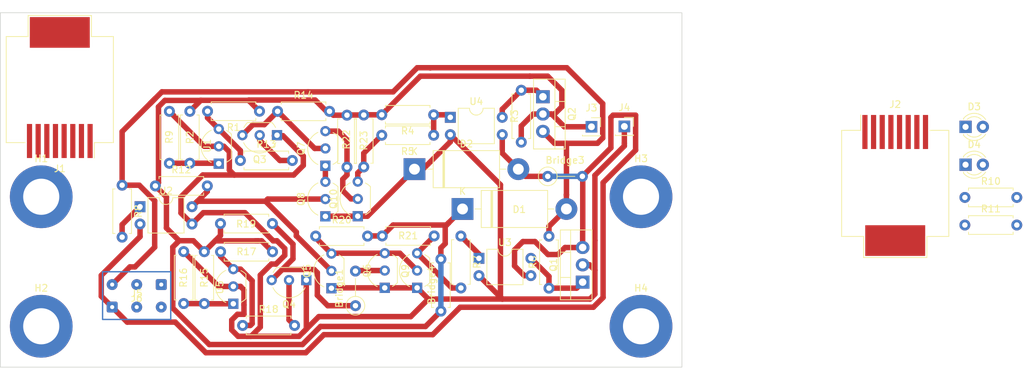
<source format=kicad_pcb>
(kicad_pcb (version 20221018) (generator pcbnew)
  (layers (0 "F.Cu" signal) (31 "B.Cu" signal) (34 "B.Paste" user) (35 "F.Paste" user) (36 "B.SilkS" user "B.Silkscreen") (37 "F.SilkS" user "F.Silkscreen") (38 "B.Mask" user) (39 "F.Mask" user) (44 "Edge.Cuts" user))
  (net 0 "")
  (net 1 "BAT+")
  (net 2 "BAT-")
  (net 3 "IN_OUT+")
  (net 4 "IN_OUT-")
  (net 5 "Net-(Q1-G)")
  (net 6 "Net-(Q2-G)")
  (net 7 "Net-(Q3-B)")
  (net 8 "Net-(Q3-C)")
  (net 9 "Net-(Q4-B)")
  (net 10 "Net-(R4-Pad1)")
  (net 11 "PMOS_CONTROL")
  (net 12 "Net-(R7-Pad1)")
  (net 13 "not NMOS_CONTROL")
  (net 14 "Net-(R8-Pad2)")
  (net 15 "Net-(Q4-C)")
  (net 16 "Net-(Q5-C)")
  (net 17 "Net-(Q6-B)")
  (net 18 "Net-(Q7-E)")
  (net 19 "Net-(Q10-B)")
  (net 20 "Net-(U1-K)")
  (net 21 "Net-(U1-REF)")
  (net 22 "Net-(U5-REF)")
  (net 23 "Net-(U5-K)")
  (net 24 "Net-(Q5-B)")
  (net 37 "Net-(D3-K)")
  (net 39 "Net-(D4-K)")
  (footprint "Resistor_THT:R_Axial_DIN0207_L6.3mm_D2.5mm_P7.62mm_Horizontal" (layer "F.Cu") (at 77.8028 62.4598 -90)
    (fp_text reference "R2")
    (fp_text value "R")
  )
  (footprint "Package_TO_SOT_THT:TO-92_Inline_Wide" (layer "F.Cu") (at 82.0478 70.1398 90)
    (fp_text reference "U1")
    (fp_text value "TL431LP")
  )
  (footprint "Resistor_THT:R_Axial_DIN0207_L6.3mm_D2.5mm_P7.62mm_Horizontal" (layer "F.Cu") (at 90.6778 62.4648)
    (fp_text reference "R14")
    (fp_text value "2k")
  )
  (footprint "Connector_PinSocket_2.54mm:PinSocket_1x01_P2.54mm_Vertical" (layer "F.Cu") (at 141.55625 64.6793)
    (fp_text reference "J4")
    (fp_text value "Conn_01x01_Socket")
  )
  (footprint "Diode_THT:D_DO-201AD_P15.24mm_Horizontal" (layer "F.Cu") (at 110.75845 70.9513)
    (fp_text reference "D2")
    (fp_text value "1N5408")
  )
  (footprint "Resistor_THT:R_Axial_DIN0207_L6.3mm_D2.5mm_P7.62mm_Horizontal" (layer "F.Cu") (at 76.9012 90.668 90)
    (fp_text reference "R16")
    (fp_text value "1.2k")
  )
  (footprint "Connector_RJ:RJ45_Molex_0855135013_Vertical" (layer "F.Cu") (at 181.296 73.3364)
    (fp_text reference "J2")
    (fp_text value "RJ45")
  )
  (footprint "MountingHole:MountingHole_5.3mm_M5_DIN965_Pad" (layer "F.Cu") (at 144 75)
    (fp_text reference "H3")
    (fp_text value "MountingHole")
  )
  (footprint "Resistor_THT:R_Axial_DIN0207_L6.3mm_D2.5mm_P7.62mm_Horizontal" (layer "F.Cu") (at 96.266 80.772)
    (fp_text reference "R20")
    (fp_text value "680")
  )
  (footprint "Resistor_THT:R_Axial_DIN0207_L6.3mm_D2.5mm_P7.62mm_Horizontal" (layer "F.Cu") (at 126.43025 66.9901 90)
    (fp_text reference "R3")
    (fp_text value "1k")
  )
  (footprint "MountingHole:MountingHole_5.3mm_M5_DIN965_Pad" (layer "F.Cu") (at 144 94)
    (fp_text reference "H4")
    (fp_text value "MountingHole")
  )
  (footprint "Resistor_THT:R_Axial_DIN0207_L6.3mm_D2.5mm_P7.62mm_Horizontal" (layer "F.Cu") (at 85.2178 69.6748)
    (fp_text reference "R13")
    (fp_text value "200k")
  )
  (footprint "Resistor_THT:R_Axial_DIN0207_L6.3mm_D2.5mm_P7.62mm_Horizontal" (layer "F.Cu") (at 117.5708 80.7628 -90)
    (fp_text reference "R7")
    (fp_text value "1k")
  )
  (footprint "Package_TO_SOT_THT:TO-220-3_Vertical" (layer "F.Cu") (at 129.60525 60.3251 -90)
    (fp_text reference "Q2")
    (fp_text value "IRF9540N")
  )
  (footprint "Resistor_THT:R_Axial_DIN0207_L6.3mm_D2.5mm_P5.08mm_Vertical" (layer "F.Cu") (at 130.31525 72.0051)
    (fp_text reference "Bridge3")
    (fp_text value "R")
  )
  (footprint "Package_TO_SOT_THT:TO-92_Inline_Wide" (layer "F.Cu") (at 90.5928 65.9648 180)
    (fp_text reference "Q3")
    (fp_text value "S8050")
  )
  (footprint "Resistor_THT:R_Axial_DIN0207_L6.3mm_D2.5mm_P7.62mm_Horizontal" (layer "F.Cu") (at 89.916 78.9332 180)
    (fp_text reference "R19")
    (fp_text value "2k")
  )
  (footprint "Resistor_THT:R_Axial_DIN0207_L6.3mm_D2.5mm_P7.62mm_Horizontal" (layer "F.Cu") (at 85.5472 93.8784)
    (fp_text reference "R18")
    (fp_text value "200k")
  )
  (footprint "Resistor_THT:R_Axial_DIN0207_L6.3mm_D2.5mm_P7.62mm_Horizontal" (layer "F.Cu") (at 100.8602 70.6498 90)
    (fp_text reference "R22")
    (fp_text value "680")
  )
  (footprint "Resistor_THT:R_Axial_DIN0207_L6.3mm_D2.5mm_P7.62mm_Horizontal" (layer "F.Cu") (at 89.9337 83.066 180)
    (fp_text reference "R17")
    (fp_text value "2k")
  )
  (footprint "Package_DIP:DIP-4_W7.62mm" (layer "F.Cu") (at 70.4988 76.4588)
    (fp_text reference "U2")
    (fp_text value "PC817")
  )
  (footprint "Package_TO_SOT_THT:TO-92_Inline_Wide" (layer "F.Cu") (at 97.6916 70.4514 90)
    (fp_text reference "Q7")
    (fp_text value "S8050")
  )
  (footprint "Package_TO_SOT_THT:TO-92_Inline_Wide" (layer "F.Cu") (at 97.6916 77.8764 90)
    (fp_text reference "Q8")
    (fp_text value "S8050")
  )
  (footprint "Package_TO_SOT_THT:TO-220-3_Vertical" (layer "F.Cu") (at 135.4358 87.5278 90)
    (fp_text reference "Q1")
    (fp_text value "IRF540N")
  )
  (footprint "Package_TO_SOT_THT:TO-92_Inline_Wide" (layer "F.Cu") (at 111.1508 88.3628 90)
    (fp_text reference "Q9")
    (fp_text value "S8050")
  )
  (footprint "Resistor_THT:R_Axial_DIN0207_L6.3mm_D2.5mm_P7.62mm_Horizontal" (layer "F.Cu") (at 103.318 70.6246 90)
    (fp_text reference "R23")
    (fp_text value "680")
  )
  (footprint "LED_THT:LED_D3.0mm" (layer "F.Cu") (at 191.616 70.2964)
    (fp_text reference "D4")
    (fp_text value "YELLOW_LED")
  )
  (footprint "MountingHole:MountingHole_5.3mm_M5_DIN965_Pad" (layer "F.Cu") (at 56 94)
    (fp_text reference "H2")
    (fp_text value "MountingHole")
  )
  (footprint "MountingHole:MountingHole_5.3mm_M5_DIN965_Pad" (layer "F.Cu") (at 56 75)
    (fp_text reference "H1")
    (fp_text value "MountingHole")
  )
  (footprint "Package_DIP:DIP-4_W7.62mm" (layer "F.Cu") (at 120.2208 84.0328)
    (fp_text reference "U3")
    (fp_text value "PC817")
  )
  (footprint "Resistor_THT:R_Axial_DIN0207_L6.3mm_D2.5mm_P5.08mm_Vertical" (layer "F.Cu") (at 102.1008 90.9828 90)
    (fp_text reference "Bridge1")
    (fp_text value "R")
  )
  (footprint "Package_TO_SOT_THT:TO-92_Inline_Wide" (layer "F.Cu") (at 102.4416 77.8514 90)
    (fp_text reference "Q10")
    (fp_text value "S8050")
  )
  (footprint "Resistor_THT:R_Axial_DIN0207_L6.3mm_D2.5mm_P7.62mm_Horizontal" (layer "F.Cu") (at 88.0228 62.4498 180)
    (fp_text reference "R1")
    (fp_text value "2k")
  )
  (footprint "Resistor_THT:R_Axial_DIN0207_L6.3mm_D2.5mm_P7.62mm_Horizontal" (layer "F.Cu") (at 67.8688 73.3044 -90)
    (fp_text reference "R8")
    (fp_text value "1k")
  )
  (footprint "Package_TO_SOT_THT:TO-92_Inline_Wide" (layer "F.Cu") (at 98.5758 88.4178 90)
    (fp_text reference "Q5")
    (fp_text value "S8050")
  )
  (footprint "Connector_Wire:SolderWire-0.1sqmm_1x03_P3.6mm_D0.4mm_OD1mm" (layer "F.Cu") (at 66.4092 91.186)
    (fp_text reference "J5")
    (fp_text value "Conn_01x03_Socket")
  )
  (footprint "Resistor_THT:R_Axial_DIN0207_L6.3mm_D2.5mm_P7.62mm_Horizontal" (layer "F.Cu") (at 79.9262 83.058 -90)
    (fp_text reference "R15")
    (fp_text value "5k")
  )
  (footprint "Package_DIP:DIP-4_W7.62mm" (layer "F.Cu") (at 116.02025 63.3451)
    (fp_text reference "U4")
    (fp_text value "PC817")
  )
  (footprint "Diode_THT:D_DO-201AD_P15.24mm_Horizontal" (layer "F.Cu") (at 117.8118 76.7908)
    (fp_text reference "D1")
    (fp_text value "1N5408")
  )
  (footprint "Resistor_THT:R_Axial_DIN0207_L6.3mm_D2.5mm_P7.62mm_Horizontal" (layer "F.Cu") (at 191.516 79.1464)
    (fp_text reference "R11")
    (fp_text value "R")
  )
  (footprint "Resistor_THT:R_Axial_DIN0207_L6.3mm_D2.5mm_P7.62mm_Horizontal" (layer "F.Cu") (at 191.516 75.0964)
    (fp_text reference "R10")
    (fp_text value "R")
  )
  (footprint "Resistor_THT:R_Axial_DIN0207_L6.3mm_D2.5mm_P7.62mm_Horizontal" (layer "F.Cu") (at 113.651 80.7462 180)
    (fp_text reference "R21")
    (fp_text value "680")
  )
  (footprint "Package_TO_SOT_THT:TO-92_Inline_Wide" (layer "F.Cu") (at 94.8944 87.2236 180)
    (fp_text reference "Q4")
    (fp_text value "S8050" hide)
  )
  (footprint "Resistor_THT:R_Axial_DIN0207_L6.3mm_D2.5mm_P7.62mm_Horizontal" (layer "F.Cu") (at 130.4958 88.4078 90)
    (fp_text reference "R6")
    (fp_text value "2k")
  )
  (footprint "Connector_Wire:SolderWire-0.1sqmm_1x03_P3.6mm_D0.4mm_OD1mm" (layer "F.Cu") (at 73.6092 87.884 180)
    (fp_text reference "J6")
    (fp_text value "Conn_01x03_Socket")
  )
  (footprint "Resistor_THT:R_Axial_DIN0207_L6.3mm_D2.5mm_P7.62mm_Horizontal" (layer "F.Cu") (at 113.57945 65.9729 180)
    (fp_text reference "R5")
    (fp_text value "220")
  )
  (footprint "Resistor_THT:R_Axial_DIN0207_L6.3mm_D2.5mm_P7.62mm_Horizontal" (layer "F.Cu") (at 72.7456 73.406)
    (fp_text reference "R12")
    (fp_text value "470")
  )
  (footprint "Package_TO_SOT_THT:TO-92_Inline_Wide" (layer "F.Cu") (at 106.4008 88.3628 90)
    (fp_text reference "Q6")
    (fp_text value "S8050")
  )
  (footprint "Package_TO_SOT_THT:TO-92_Inline_Wide" (layer "F.Cu") (at 84.1812 90.698 90)
    (fp_text reference "U5")
    (fp_text value "TL431LP")
  )
  (footprint "Resistor_THT:R_Axial_DIN0207_L6.3mm_D2.5mm_P7.62mm_Horizontal" (layer "F.Cu") (at 114.6368 84.1568 -90)
    (fp_text reference "Bridge4")
    (fp_text value "R")
  )
  (footprint "Resistor_THT:R_Axial_DIN0207_L6.3mm_D2.5mm_P7.62mm_Horizontal" (layer "F.Cu") (at 74.8028 70.0848 90)
    (fp_text reference "R9")
    (fp_text value "R")
  )
  (footprint "Connector_PinSocket_2.54mm:PinSocket_1x01_P2.54mm_Vertical" (layer "F.Cu") (at 136.73025 64.7301)
    (fp_text reference "J3")
    (fp_text value "Conn_01x01_Socket")
  )
  (footprint "Resistor_THT:R_Axial_DIN0207_L6.3mm_D2.5mm_P7.62mm_Horizontal" (layer "F.Cu") (at 113.57945 62.9729 180)
    (fp_text reference "R4")
    (fp_text value "R")
  )
  (footprint "LED_THT:LED_D3.0mm" (layer "F.Cu") (at 191.616 64.7464)
    (fp_text reference "D3")
    (fp_text value "RED_LED")
  )
  (footprint "Connector_RJ:RJ45_Molex_0855135013_Vertical" (layer "F.Cu") (at 58.7248 58.9788 180)
    (fp_text reference "J1")
    (fp_text value "RJ45")
  )
  (gr_rect (start 65 86) (end 75 93) (stroke (width 0.2)) (fill none) (layer "B.Cu"))
  (gr_rect (start 50 48) (end 150 100) (stroke (width 0.1)) (fill none) (layer "Edge.Cuts"))
  (segment (start 94.326998 96.6784) (end 96.975899 94.029499) (width 0.8) (layer "F.Cu") (net 1))
  (segment (start 105.95945 62.9729) (end 103.3497 62.9729) (width 0.8) (layer "F.Cu") (net 1))
  (segment (start 115.2718 81.8708) (end 114.6368 82.5058) (width 0.8) (layer "F.Cu") (net 1))
  (segment (start 86.4228 60.8498) (end 88.0228 62.4498) (width 0.8) (layer "F.Cu") (net 1))
  (segment (start 76.2352 81.448) (end 78.3162 81.448) (width 0.8) (layer "F.Cu") (net 1))
  (segment (start 98.8628 63.0298) (end 98.2978 62.4648) (width 0.8) (layer "F.Cu") (net 1))
  (segment (start 75.3012 91.330742) (end 75.3012 82.382) (width 0.8) (layer "F.Cu") (net 1))
  (segment (start 82.296 80.6882) (end 82.296 78.9332) (width 0.8) (layer "F.Cu") (net 1))
  (segment (start 115.2718 79.3308) (end 115.2718 81.8708) (width 0.8) (layer "F.Cu") (net 1))
  (segment (start 130.30525 57.3051) (end 127.69385 57.3051) (width 0.8) (layer "F.Cu") (net 1))
  (segment (start 127.69385 57.3051) (end 111.62725 57.3051) (width 0.8) (layer "F.Cu") (net 1))
  (segment (start 107.631 79.1462) (end 115.4564 79.1462) (width 0.8) (layer "F.Cu") (net 1))
  (segment (start 100.8854 63.0046) (end 100.8602 63.0298) (width 0.8) (layer "F.Cu") (net 1))
  (segment (start 106.031 80.7462) (end 103.9118 80.7462) (width 0.8) (layer "F.Cu") (net 1))
  (segment (start 96.975899 94.029499) (end 112.384101 94.029499) (width 0.8) (layer "F.Cu") (net 1))
  (segment (start 126.43025 66.9901) (end 126.43025 64.6301) (width 0.8) (layer "F.Cu") (net 1))
  (segment (start 132.38025 59.3801) (end 132.38025 61.7951) (width 0.8) (layer "F.Cu") (net 1))
  (segment (start 73.2028 61.802058) (end 73.2028 72.9488) (width 0.8) (layer "F.Cu") (net 1))
  (segment (start 81.5182 81.466) (end 87.8232 81.466) (width 0.8) (layer "F.Cu") (net 1))
  (segment (start 117.8118 76.7908) (end 115.7925 78.8101) (width 0.8) (layer "F.Cu") (net 1))
  (segment (start 128.19525 62.8651) (end 129.60525 62.8651) (width 0.8) (layer "F.Cu") (net 1))
  (segment (start 88.3337 81.466) (end 89.9337 83.066) (width 0.8) (layer "F.Cu") (net 1))
  (segment (start 87.8232 81.466) (end 88.3337 81.466) (width 0.8) (layer "F.Cu") (net 1))
  (segment (start 74.3712 75.0316) (end 74.3712 79.584) (width 0.8) (layer "F.Cu") (net 1))
  (segment (start 126.43025 64.6301) (end 128.19525 62.8651) (width 0.8) (layer "F.Cu") (net 1))
  (segment (start 127.69385 57.3051) (end 127.67485 57.2861) (width 0.8) (layer "F.Cu") (net 1))
  (segment (start 78.3162 81.448) (end 79.9262 83.058) (width 0.8) (layer "F.Cu") (net 1))
  (segment (start 74.3712 79.584) (end 76.2352 81.448) (width 0.8) (layer "F.Cu") (net 1))
  (segment (start 72.7456 73.406) (end 74.3712 75.0316) (width 0.8) (layer "F.Cu") (net 1))
  (segment (start 103.3497 62.9729) (end 103.318 63.0046) (width 0.8) (layer "F.Cu") (net 1))
  (segment (start 132.38025 59.3801) (end 130.30525 57.3051) (width 0.8) (layer "F.Cu") (net 1))
  (segment (start 103.911 80.7462) (end 103.886 80.7212) (width 0.8) (layer "F.Cu") (net 1))
  (segment (start 96.1978 60.8098) (end 97.7978 62.4098) (width 0.8) (layer "F.Cu") (net 1))
  (segment (start 114.6368 82.5058) (end 114.6368 84.1568) (width 0.8) (layer "F.Cu") (net 1))
  (segment (start 111.62725 57.3051) (end 105.95945 62.9729) (width 0.8) (layer "F.Cu") (net 1))
  (segment (start 115.7925 78.8101) (end 115.2718 79.3308) (width 0.8) (layer "F.Cu") (net 1))
  (segment (start 96.1978 60.8098) (end 86.4628 60.8098) (width 0.8) (layer "F.Cu") (net 1))
  (segment (start 100.8602 63.0298) (end 98.8628 63.0298) (width 0.8) (layer "F.Cu") (net 1))
  (segment (start 132.38025 61.7951) (end 131.31025 62.8651) (width 0.8) (layer "F.Cu") (net 1))
  (segment (start 132.74925 64.7301) (end 136.73025 64.7301) (width 0.8) (layer "F.Cu") (net 1))
  (segment (start 80.648858 96.6784) (end 94.326998 96.6784) (width 0.8) (layer "F.Cu") (net 1))
  (segment (start 74.141358 60.8635) (end 73.2028 61.802058) (width 0.8) (layer "F.Cu") (net 1))
  (segment (start 79.3991 60.8635) (end 79.4128 60.8498) (width 0.8) (layer "F.Cu") (net 1))
  (segment (start 130.88425 62.8651) (end 132.74925 64.7301) (width 0.8) (layer "F.Cu") (net 1))
  (segment (start 106.031 80.7462) (end 107.631 79.1462) (width 0.8) (layer "F.Cu") (net 1))
  (segment (start 87.4096 81.466) (end 87.8232 81.466) (width 0.8) (layer "F.Cu") (net 1))
  (segment (start 73.2028 72.9488) (end 72.7456 73.406) (width 0.8) (layer "F.Cu") (net 1))
  (segment (start 103.318 63.0046) (end 100.8854 63.0046) (width 0.8) (layer "F.Cu") (net 1))
  (segment (start 79.3991 60.8635) (end 74.141358 60.8635) (width 0.8) (layer "F.Cu") (net 1))
  (segment (start 103.9118 80.7462) (end 103.886 80.772) (width 0.8) (layer "F.Cu") (net 1))
  (segment (start 86.4628 60.8098) (end 86.4228 60.8498) (width 0.8) (layer "F.Cu") (net 1))
  (segment (start 80.648858 96.6784) (end 75.3012 91.330742) (width 0.8) (layer "F.Cu") (net 1))
  (segment (start 79.4128 60.8498) (end 86.4228 60.8498) (width 0.8) (layer "F.Cu") (net 1))
  (segment (start 129.60525 62.8651) (end 130.88425 62.8651) (width 0.8) (layer "F.Cu") (net 1))
  (segment (start 77.8028 62.4598) (end 79.3991 60.8635) (width 0.8) (layer "F.Cu") (net 1))
  (segment (start 75.3012 82.382) (end 75.7936 81.8896) (width 0.8) (layer "F.Cu") (net 1))
  (segment (start 115.4564 79.1462) (end 115.7925 78.8101) (width 0.8) (layer "F.Cu") (net 1))
  (segment (start 112.384101 94.029499) (end 114.6368 91.7768) (width 0.8) (layer "F.Cu") (net 1))
  (segment (start 79.9262 83.058) (end 81.5182 81.466) (width 0.8) (layer "F.Cu") (net 1))
  (segment (start 131.31025 62.8651) (end 129.60525 62.8651) (width 0.8) (layer "F.Cu") (net 1))
  (segment (start 75.7936 81.8896) (end 76.2352 81.448) (width 0.8) (layer "F.Cu") (net 1))
  (segment (start 81.5182 81.466) (end 82.296 80.6882) (width 0.8) (layer "F.Cu") (net 1))
  (segment (start 114.6368 84.1568) (end 114.6368 91.7768) (width 0.8) (layer "B.Cu") (net 1))
  (segment (start 79.702858 71.806) (end 76.5038 75.005058) (width 0.8) (layer "F.Cu") (net 2))
  (segment (start 98.6308 88.3628) (end 98.5758 88.4178) (width 0.8) (layer "F.Cu") (net 2))
  (segment (start 123.6558 90.0078) (end 136.5083 90.0078) (width 0.8) (layer "F.Cu") (net 2))
  (segment (start 137.2358 81.4066) (end 137.2358 71.861606) (width 0.8) (layer "F.Cu") (net 2))
  (segment (start 84.1812 88.158) (end 85.24186 88.158) (width 0.8) (layer "F.Cu") (net 2))
  (segment (start 97.7166 77.8514) (end 97.6916 77.8764) (width 0.8) (layer "F.Cu") (net 2))
  (segment (start 141.55625 67.1576) (end 141.55625 64.6793) (width 0.8) (layer "F.Cu") (net 2))
  (segment (start 93.0404 71.806) (end 84.328 71.806) (width 0.8) (layer "F.Cu") (net 2))
  (segment (start 112.00905 70.9513) (end 110.75845 70.9513) (width 0.8) (layer "F.Cu") (net 2))
  (segment (start 90.2078 66.0498) (end 91.46843 66.0498) (width 0.8) (layer "F.Cu") (net 2))
  (segment (start 93.829942 95.4784) (end 94.8944 94.413942) (width 0.8) (layer "F.Cu") (net 2))
  (segment (start 137.2358 85.7753) (end 137.2358 81.4066) (width 0.8) (layer "F.Cu") (net 2))
  (segment (start 103.85835 77.8514) (end 110.75845 70.9513) (width 0.8) (layer "F.Cu") (net 2))
  (segment (start 91.7348 83.582344) (end 91.7348 82.604358) (width 0.8) (layer "F.Cu") (net 2))
  (segment (start 86.1468 95.4784) (end 86.775626 95.4784) (width 0.8) (layer "F.Cu") (net 2))
  (segment (start 137.2358 71.861606) (end 141.55625 67.541156) (width 0.8) (layer "F.Cu") (net 2))
  (segment (start 85.897956 77.3332) (end 79.7844 77.3332) (width 0.8) (layer "F.Cu") (net 2))
  (segment (start 112.7958 90.0078) (end 111.1508 88.3628) (width 0.8) (layer "F.Cu") (net 2))
  (segment (start 78.1188 78.9988) (end 76.5038 77.3838) (width 0.8) (layer "F.Cu") (net 2))
  (segment (start 90.445144 84.872) (end 91.7348 83.582344) (width 0.8) (layer "F.Cu") (net 2))
  (segment (start 84.328 71.806) (end 79.702858 71.806) (width 0.8) (layer "F.Cu") (net 2))
  (segment (start 112.7958 90.0078) (end 110.2208 92.5828) (width 0.8) (layer "F.Cu") (net 2))
  (segment (start 135.4358 84.9878) (end 136.4483 84.9878) (width 0.8) (layer "F.Cu") (net 2))
  (segment (start 84.1812 88.158) (end 82.0112 88.158) (width 0.8) (layer "F.Cu") (net 2))
  (segment (start 94.4528 69.03417) (end 94.4528 70.3936) (width 0.8) (layer "F.Cu") (net 2))
  (segment (start 136.5083 90.0078) (end 137.2358 89.2803) (width 0.8) (layer "F.Cu") (net 2))
  (segment (start 116.02025 65.8851) (end 123.377 73.24185) (width 0.8) (layer "F.Cu") (net 2))
  (segment (start 84.7852 92.248) (end 83.9472 93.086) (width 0.8) (layer "F.Cu") (net 2))
  (segment (start 83.9472 94.541142) (end 84.884458 95.4784) (width 0.8) (layer "F.Cu") (net 2))
  (segment (start 85.7442 90.870742) (end 85.7442 92.235) (width 0.8) (layer "F.Cu") (net 2))
  (segment (start 85.7312 92.248) (end 84.7852 92.248) (width 0.8) (layer "F.Cu") (net 2))
  (segment (start 136.4483 84.9878) (end 137.2358 85.7753) (width 0.8) (layer "F.Cu") (net 2))
  (segment (start 137.2358 81.4066) (end 137.2108 81.3816) (width 0.8) (layer "F.Cu") (net 2))
  (segment (start 84.884458 95.4784) (end 86.1468 95.4784) (width 0.8) (layer "F.Cu") (net 2))
  (segment (start 82.0478 67.5998) (end 79.9378 67.5998) (width 0.8) (layer "F.Cu") (net 2))
  (segment (start 94.4528 70.3936) (end 93.0404 71.806) (width 0.8) (layer "F.Cu") (net 2))
  (segment (start 86.775626 95.4784) (end 88.1442 94.109826) (width 0.8) (layer "F.Cu") (net 2))
  (segment (start 79.9378 67.5998) (end 74.8028 62.4648) (width 0.8) (layer "F.Cu") (net 2))
  (segment (start 106.4008 88.3628) (end 98.6308 88.3628) (width 0.8) (layer "F.Cu") (net 2))
  (segment (start 91.7348 82.604358) (end 90.596442 81.466) (width 0.8) (layer "F.Cu") (net 2))
  (segment (start 90.030756 81.466) (end 85.897956 77.3332) (width 0.8) (layer "F.Cu") (net 2))
  (segment (start 85.7442 88.66034) (end 85.7442 90.870742) (width 0.8) (layer "F.Cu") (net 2))
  (segment (start 110.2208 92.5828) (end 96.725542 92.5828) (width 0.8) (layer "F.Cu") (net 2))
  (segment (start 88.1442 94.109826) (end 88.1442 86.494168) (width 0.8) (layer "F.Cu") (net 2))
  (segment (start 82.7978 67.5998) (end 83.6028 68.4048) (width 0.8) (layer "F.Cu") (net 2))
  (segment (start 90.596442 81.466) (end 90.030756 81.466) (width 0.8) (layer "F.Cu") (net 2))
  (segment (start 83.6028 71.0808) (end 84.328 71.806) (width 0.8) (layer "F.Cu") (net 2))
  (segment (start 91.46843 66.0498) (end 94.4528 69.03417) (width 0.8) (layer "F.Cu") (net 2))
  (segment (start 83.9472 93.086) (end 83.9472 94.541142) (width 0.8) (layer "F.Cu") (net 2))
  (segment (start 86.1468 95.4784) (end 93.829942 95.4784) (width 0.8) (layer "F.Cu") (net 2))
  (segment (start 88.1442 86.494168) (end 89.766368 84.872) (width 0.8) (layer "F.Cu") (net 2))
  (segment (start 123.377 89.729) (end 123.6558 90.0078) (width 0.8) (layer "F.Cu") (net 2))
  (segment (start 116.02025 66.9401) (end 112.00905 70.9513) (width 0.8) (layer "F.Cu") (net 2))
  (segment (start 85.7442 92.235) (end 85.7312 92.248) (width 0.8) (layer "F.Cu") (net 2))
  (segment (start 82.0478 67.5998) (end 82.7978 67.5998) (width 0.8) (layer "F.Cu") (net 2))
  (segment (start 83.6028 68.4048) (end 83.6028 71.0808) (width 0.8) (layer "F.Cu") (net 2))
  (segment (start 102.4416 77.8514) (end 97.7166 77.8514) (width 0.8) (layer "F.Cu") (net 2))
  (segment (start 79.7844 77.3332) (end 78.1188 78.9988) (width 0.8) (layer "F.Cu") (net 2))
  (segment (start 76.5038 75.005058) (end 76.5038 77.3838) (width 0.8) (layer "F.Cu") (net 2))
  (segment (start 123.6558 90.0078) (end 112.7958 90.0078) (width 0.8) (layer "F.Cu") (net 2))
  (segment (start 137.2358 89.2803) (end 137.2358 85.7753) (width 0.8) (layer "F.Cu") (net 2))
  (segment (start 120.2208 86.5728) (end 123.377 89.729) (width 0.8) (layer "F.Cu") (net 2))
  (segment (start 123.377 73.24185) (end 123.377 89.729) (width 0.8) (layer "F.Cu") (net 2))
  (segment (start 96.725542 92.5828) (end 94.450971 94.857371) (width 0.8) (layer "F.Cu") (net 2))
  (segment (start 94.8944 94.413942) (end 94.8944 87.2236) (width 0.8) (layer "F.Cu") (net 2))
  (segment (start 141.55625 67.541156) (end 141.55625 67.1576) (width 0.8) (layer "F.Cu") (net 2))
  (segment (start 102.4416 77.8514) (end 103.85835 77.8514) (width 0.8) (layer "F.Cu") (net 2))
  (segment (start 116.02025 66.9401) (end 116.02025 65.8851) (width 0.8) (layer "F.Cu") (net 2))
  (segment (start 106.4008 88.3628) (end 111.1508 88.3628) (width 0.8) (layer "F.Cu") (net 2))
  (segment (start 85.24186 88.158) (end 85.7442 88.66034) (width 0.8) (layer "F.Cu") (net 2))
  (segment (start 89.766368 84.872) (end 90.445144 84.872) (width 0.8) (layer "F.Cu") (net 2))
  (segment (start 82.0112 88.158) (end 76.9012 83.048) (width 0.8) (layer "F.Cu") (net 2))
  (segment (start 72.136 75.0824) (end 72.644 75.5904) (width 0.8) (layer "F.Cu") (net 3))
  (segment (start 67.8688 73.3044) (end 70.381258 73.3044) (width 0.8) (layer "F.Cu") (net 3))
  (segment (start 130.4958 79.3468) (end 133.0518 76.7908) (width 0.8) (layer "F.Cu") (net 3))
  (segment (start 72.644 75.5904) (end 72.644 82.3976) (width 0.8) (layer "F.Cu") (net 3))
  (segment (start 130.4958 80.7878) (end 130.4958 79.3468) (width 0.8) (layer "F.Cu") (net 3))
  (segment (start 69.7484 85.2932) (end 69 85.2932) (width 0.8) (layer "F.Cu") (net 3))
  (segment (start 133.11045 56.0669) (end 113.119 56.0669) (width 0.8) (layer "F.Cu") (net 3))
  (segment (start 131.31025 67.1576) (end 133.05965 67.1576) (width 0.8) (layer "F.Cu") (net 3))
  (segment (start 133.05965 74.71235) (end 133.0518 74.7202) (width 0.8) (layer "F.Cu") (net 3))
  (segment (start 138.38025 61.3367) (end 133.11045 56.0669) (width 0.8) (layer "F.Cu") (net 3))
  (segment (start 95.1484 59.6098) (end 73.698002 59.6098) (width 0.8) (layer "F.Cu") (net 3))
  (segment (start 107.625494 59.6098) (end 95.1484 59.6098) (width 0.8) (layer "F.Cu") (net 3))
  (segment (start 72.644 82.3976) (end 69.7484 85.2932) (width 0.8) (layer "F.Cu") (net 3))
  (segment (start 113.119 56.0669) (end 113.0808 56.1051) (width 0.8) (layer "F.Cu") (net 3))
  (segment (start 133.0518 74.7202) (end 133.0518 76.7908) (width 0.8) (layer "F.Cu") (net 3))
  (segment (start 137.60275 67.1576) (end 138.38025 66.3801) (width 0.8) (layer "F.Cu") (net 3))
  (segment (start 129.60525 65.4526) (end 131.31025 67.1576) (width 0.8) (layer "F.Cu") (net 3))
  (segment (start 72.136 75.059142) (end 72.136 75.0824) (width 0.8) (layer "F.Cu") (net 3))
  (segment (start 69 85.2932) (end 66.4092 87.884) (width 0.8) (layer "F.Cu") (net 3))
  (segment (start 138.38025 66.3801) (end 138.38025 61.3367) (width 0.8) (layer "F.Cu") (net 3))
  (segment (start 70.381258 73.3044) (end 72.136 75.059142) (width 0.8) (layer "F.Cu") (net 3))
  (segment (start 67.8688 65.439002) (end 72.705744 60.602058) (width 0.8) (layer "F.Cu") (net 3))
  (segment (start 129.60525 65.4051) (end 129.60525 65.4526) (width 0.8) (layer "F.Cu") (net 3))
  (segment (start 133.05965 67.1576) (end 133.05965 74.71235) (width 0.8) (layer "F.Cu") (net 3))
  (segment (start 73.698002 59.6098) (end 72.0028 61.305002) (width 0.8) (layer "F.Cu") (net 3))
  (segment (start 113.119 56.0669) (end 111.168394 56.0669) (width 0.8) (layer "F.Cu") (net 3))
  (segment (start 111.168394 56.0669) (end 107.625494 59.6098) (width 0.8) (layer "F.Cu") (net 3))
  (segment (start 67.8688 73.3044) (end 67.8688 65.439002) (width 0.8) (layer "F.Cu") (net 3))
  (segment (start 133.05965 67.1576) (end 137.60275 67.1576) (width 0.8) (layer "F.Cu") (net 3))
  (segment (start 135.39525 72.0051) (end 139.58025 67.8201) (width 0.8) (layer "F.Cu") (net 4))
  (segment (start 94.824054 97.8784) (end 80.151802 97.8784) (width 0.8) (layer "F.Cu") (net 4))
  (segment (start 135.4518 82.4318) (end 135.4358 82.4478) (width 0.8) (layer "F.Cu") (net 4))
  (segment (start 132.8458 82.4478) (end 135.4358 82.4478) (width 0.8) (layer "F.Cu") (net 4))
  (segment (start 126.8708 86.5728) (end 125.4458 85.1478) (width 0.8) (layer "F.Cu") (net 4))
  (segment (start 143.20625 63.0293) (end 143.20625 68.156996) (width 0.8) (layer "F.Cu") (net 4))
  (segment (start 127.05225 72.0051) (end 125.99845 70.9513) (width 0.8) (layer "F.Cu") (net 4))
  (segment (start 125.4458 85.1478) (end 125.4458 82.7978) (width 0.8) (layer "F.Cu") (net 4))
  (segment (start 139.58025 67.8201) (end 139.58025 63.3553) (width 0.8) (layer "F.Cu") (net 4))
  (segment (start 135.4518 72.06165) (end 135.39525 72.0051) (width 0.8) (layer "F.Cu") (net 4))
  (segment (start 143.20625 68.156996) (end 138.4358 72.927446) (width 0.8) (layer "F.Cu") (net 4))
  (segment (start 138.4358 72.927446) (end 138.4358 89.777356) (width 0.8) (layer "F.Cu") (net 4))
  (segment (start 80.151802 97.8784) (end 75.662402 93.389) (width 0.8) (layer "F.Cu") (net 4))
  (segment (start 70.4988 80.8488) (end 64.8092 86.5384) (width 0.8) (layer "F.Cu") (net 4))
  (segment (start 127.8408 86.5728) (end 126.8708 86.5728) (width 0.8) (layer "F.Cu") (net 4))
  (segment (start 139.90625 63.0293) (end 143.20625 63.0293) (width 0.8) (layer "F.Cu") (net 4))
  (segment (start 123.64025 68.5931) (end 125.99845 70.9513) (width 0.8) (layer "F.Cu") (net 4))
  (segment (start 130.3458 83.4728) (end 131.8208 83.4728) (width 0.8) (layer "F.Cu") (net 4))
  (segment (start 139.58025 63.3553) (end 139.90625 63.0293) (width 0.8) (layer "F.Cu") (net 4))
  (segment (start 137.005356 91.2078) (end 117.468542 91.2078) (width 0.8) (layer "F.Cu") (net 4))
  (segment (start 113.446843 95.229499) (end 97.472955 95.229499) (width 0.8) (layer "F.Cu") (net 4))
  (segment (start 135.4358 79.8606) (end 135.4518 79.8446) (width 0.8) (layer "F.Cu") (net 4))
  (segment (start 64.8092 89.586) (end 66.4092 91.186) (width 0.8) (layer "F.Cu") (net 4))
  (segment (start 125.4458 82.7978) (end 126.6708 81.5728) (width 0.8) (layer "F.Cu") (net 4))
  (segment (start 128.4458 81.5728) (end 130.3458 83.4728) (width 0.8) (layer "F.Cu") (net 4))
  (segment (start 123.64025 65.8851) (end 123.64025 68.5931) (width 0.8) (layer "F.Cu") (net 4))
  (segment (start 138.4358 89.777356) (end 137.005356 91.2078) (width 0.8) (layer "F.Cu") (net 4))
  (segment (start 135.4518 79.8446) (end 135.4518 72.06165) (width 0.8) (layer "F.Cu") (net 4))
  (segment (start 70.4988 78.9988) (end 70.4988 80.8488) (width 0.8) (layer "F.Cu") (net 4))
  (segment (start 135.4358 82.4478) (end 135.4358 79.8606) (width 0.8) (layer "F.Cu") (net 4))
  (segment (start 117.468542 91.2078) (end 113.446843 95.229499) (width 0.8) (layer "F.Cu") (net 4))
  (segment (start 66.4092 91.186) (end 68.6122 93.389) (width 0.8) (layer "F.Cu") (net 4))
  (segment (start 126.6708 81.5728) (end 128.4458 81.5728) (width 0.8) (layer "F.Cu") (net 4))
  (segment (start 131.8208 83.4728) (end 132.8458 82.4478) (width 0.8) (layer "F.Cu") (net 4))
  (segment (start 64.8092 86.5384) (end 64.8092 89.586) (width 0.8) (layer "F.Cu") (net 4))
  (segment (start 130.31525 72.0051) (end 127.05225 72.0051) (width 0.8) (layer "F.Cu") (net 4))
  (segment (start 97.472955 95.229499) (end 94.824054 97.8784) (width 0.8) (layer "F.Cu") (net 4))
  (segment (start 75.662402 93.389) (end 68.6122 93.389) (width 0.8) (layer "F.Cu") (net 4))
  (segment (start 130.31525 72.0051) (end 135.39525 72.0051) (width 0.8) (layer "B.Cu") (net 4))
  (segment (start 130.4958 88.4078) (end 130.4958 86.6878) (width 0.8) (layer "F.Cu") (net 5))
  (segment (start 134.5558 88.4078) (end 135.4358 87.5278) (width 0.8) (layer "F.Cu") (net 5))
  (segment (start 130.4958 88.4078) (end 134.5558 88.4078) (width 0.8) (layer "F.Cu") (net 5))
  (segment (start 130.4958 86.6878) (end 127.8408 84.0328) (width 0.8) (layer "F.Cu") (net 5))
  (segment (start 128.65025 59.3701) (end 129.60525 60.3251) (width 0.8) (layer "F.Cu") (net 6))
  (segment (start 126.43025 59.3701) (end 128.65025 59.3701) (width 0.8) (layer "F.Cu") (net 6))
  (segment (start 123.64025 63.3451) (end 123.64025 62.1601) (width 0.8) (layer "F.Cu") (net 6))
  (segment (start 123.64025 62.1601) (end 126.43025 59.3701) (width 0.8) (layer "F.Cu") (net 6))
  (segment (start 123.61525 63.3201) (end 123.64025 63.3451) (width 0.8) (layer "F.Cu") (net 6))
  (segment (start 88.0528 66.7148) (end 91.0128 69.6748) (width 0.8) (layer "F.Cu") (net 7))
  (segment (start 91.0128 69.6748) (end 92.8378 69.6748) (width 0.8) (layer "F.Cu") (net 7))
  (segment (start 88.0528 65.9648) (end 88.0528 66.7148) (width 0.8) (layer "F.Cu") (net 7))
  (segment (start 96.1244 67.9114) (end 90.6778 62.4648) (width 0.8) (layer "F.Cu") (net 8))
  (segment (start 85.5128 65.9648) (end 87.0628 64.4148) (width 0.8) (layer "F.Cu") (net 8))
  (segment (start 97.6916 67.9114) (end 96.1244 67.9114) (width 0.8) (layer "F.Cu") (net 8))
  (segment (start 88.7278 64.4148) (end 90.6778 62.4648) (width 0.8) (layer "F.Cu") (net 8))
  (segment (start 87.0628 64.4148) (end 88.7278 64.4148) (width 0.8) (layer "F.Cu") (net 8))
  (segment (start 92.3544 93.0656) (end 93.1672 93.8784) (width 0.8) (layer "F.Cu") (net 9))
  (segment (start 92.3544 87.2236) (end 92.3544 93.0656) (width 0.8) (layer "F.Cu") (net 9))
  (segment (start 113.57945 62.9729) (end 115.64805 62.9729) (width 0.8) (layer "F.Cu") (net 10))
  (segment (start 113.57945 62.9729) (end 113.57945 65.9729) (width 0.8) (layer "F.Cu") (net 10))
  (segment (start 115.64805 62.9729) (end 116.02025 63.3451) (width 0.8) (layer "F.Cu") (net 10))
  (segment (start 102.4416 71.501) (end 103.318 70.6246) (width 0.8) (layer "F.Cu") (net 11))
  (segment (start 102.4416 72.7714) (end 102.4416 71.501) (width 0.8) (layer "F.Cu") (net 11))
  (segment (start 103.318 68.61435) (end 105.95945 65.9729) (width 0.8) (layer "F.Cu") (net 11))
  (segment (start 103.318 70.6246) (end 103.318 68.61435) (width 0.8) (layer "F.Cu") (net 11))
  (segment (start 120.2208 83.4128) (end 117.5708 80.7628) (width 0.8) (layer "F.Cu") (net 12))
  (segment (start 120.2208 84.0328) (end 120.2208 83.4128) (width 0.8) (layer "F.Cu") (net 12))
  (segment (start 113.651 80.7826) (end 111.1508 83.2828) (width 0.8) (layer "F.Cu") (net 13))
  (segment (start 111.1008 83.2328) (end 111.1508 83.2828) (width 0.8) (layer "F.Cu") (net 13))
  (segment (start 113.651 80.7462) (end 113.651 80.7826) (width 0.8) (layer "F.Cu") (net 13))
  (segment (start 111.1508 83.2828) (end 116.2508 88.3828) (width 0.8) (layer "F.Cu") (net 13))
  (segment (start 116.2508 88.3828) (end 117.5708 88.3828) (width 0.8) (layer "F.Cu") (net 13))
  (segment (start 67.8688 80.9244) (end 67.8688 79.0888) (width 0.8) (layer "F.Cu") (net 14))
  (segment (start 67.8688 79.0888) (end 70.4988 76.4588) (width 0.8) (layer "F.Cu") (net 14))
  (segment (start 96.51 89.452) (end 98.0408 90.9828) (width 0.8) (layer "F.Cu") (net 15))
  (segment (start 96.51 86.1358) (end 96.0478 85.6736) (width 0.8) (layer "F.Cu") (net 15))
  (segment (start 96.0478 85.6736) (end 91.3644 85.6736) (width 0.8) (layer "F.Cu") (net 15))
  (segment (start 89.916 78.9332) (end 92.9348 81.952) (width 0.8) (layer "F.Cu") (net 15))
  (segment (start 92.9348 81.952) (end 92.9348 84.1032) (width 0.8) (layer "F.Cu") (net 15))
  (segment (start 96.51 86.1358) (end 96.51 89.452) (width 0.8) (layer "F.Cu") (net 15))
  (segment (start 98.0408 90.9828) (end 102.1008 90.9828) (width 0.8) (layer "F.Cu") (net 15))
  (segment (start 91.3644 85.6736) (end 89.8144 87.2236) (width 0.8) (layer "F.Cu") (net 15))
  (segment (start 89.8144 87.2236) (end 89.8144 87.1998) (width 0.8) (layer "F.Cu") (net 15))
  (segment (start 92.9348 84.1032) (end 91.3644 85.6736) (width 0.8) (layer "F.Cu") (net 15))
  (segment (start 98.6308 83.2828) (end 98.5758 83.3378) (width 0.8) (layer "F.Cu") (net 16))
  (segment (start 106.4008 83.2828) (end 98.6308 83.2828) (width 0.8) (layer "F.Cu") (net 16))
  (segment (start 108.6108 83.2828) (end 111.1508 85.8228) (width 0.8) (layer "F.Cu") (net 16))
  (segment (start 96.266 80.772) (end 96.266 81.028) (width 0.8) (layer "F.Cu") (net 16))
  (segment (start 108.6108 83.2828) (end 106.4008 83.2828) (width 0.8) (layer "F.Cu") (net 16))
  (segment (start 96.266 81.028) (end 98.5758 83.3378) (width 0.8) (layer "F.Cu") (net 16))
  (segment (start 106.4008 85.8228) (end 102.1808 85.8228) (width 0.8) (layer "F.Cu") (net 17))
  (segment (start 102.1808 85.8228) (end 102.1008 85.9028) (width 0.8) (layer "F.Cu") (net 17))
  (segment (start 97.6916 70.4514) (end 97.6916 72.7964) (width 0.8) (layer "F.Cu") (net 18))
  (segment (start 100.2416 74.1014) (end 100.2416 72.431) (width 0.8) (layer "F.Cu") (net 19))
  (segment (start 100.2416 72.431) (end 100.8602 71.8124) (width 0.8) (layer "F.Cu") (net 19))
  (segment (start 99.5888 65.3714) (end 100.8602 66.6428) (width 0.8) (layer "F.Cu") (net 19))
  (segment (start 102.4416 75.3114) (end 101.4516 75.3114) (width 0.8) (layer "F.Cu") (net 19))
  (segment (start 100.8602 71.8124) (end 100.8602 70.6498) (width 0.8) (layer "F.Cu") (net 19))
  (segment (start 97.6916 65.3714) (end 99.5888 65.3714) (width 0.8) (layer "F.Cu") (net 19))
  (segment (start 101.4516 75.3114) (end 100.2416 74.1014) (width 0.8) (layer "F.Cu") (net 19))
  (segment (start 100.8602 66.6428) (end 100.8602 70.6498) (width 0.8) (layer "F.Cu") (net 19))
  (segment (start 80.4028 62.4498) (end 80.4028 63.4148) (width 0.8) (layer "F.Cu") (net 20))
  (segment (start 82.0478 65.0598) (end 85.2178 68.2298) (width 0.8) (layer "F.Cu") (net 20))
  (segment (start 85.2178 68.2298) (end 85.2178 69.6748) (width 0.8) (layer "F.Cu") (net 20))
  (segment (start 80.4028 63.4148) (end 82.0478 65.0598) (width 0.8) (layer "F.Cu") (net 20))
  (segment (start 74.8028 70.0848) (end 77.7978 70.0848) (width 0.8) (layer "F.Cu") (net 21))
  (segment (start 77.7978 70.0848) (end 77.8028 70.0798) (width 0.8) (layer "F.Cu") (net 21))
  (segment (start 81.9878 70.0798) (end 82.0478 70.1398) (width 0.8) (layer "F.Cu") (net 21))
  (segment (start 77.8028 70.0798) (end 81.9878 70.0798) (width 0.8) (layer "F.Cu") (net 21))
  (segment (start 79.9462 90.698) (end 79.9262 90.678) (width 0.8) (layer "F.Cu") (net 22))
  (segment (start 76.9112 90.678) (end 76.9012 90.668) (width 0.8) (layer "F.Cu") (net 22))
  (segment (start 79.9262 90.678) (end 76.9112 90.678) (width 0.8) (layer "F.Cu") (net 22))
  (segment (start 84.1812 90.698) (end 79.9462 90.698) (width 0.8) (layer "F.Cu") (net 22))
  (segment (start 84.1812 85.618) (end 85.24186 85.618) (width 0.8) (layer "F.Cu") (net 23))
  (segment (start 86.67857 93.8784) (end 85.5472 93.8784) (width 0.8) (layer "F.Cu") (net 23))
  (segment (start 85.24186 85.618) (end 86.9442 87.32034) (width 0.8) (layer "F.Cu") (net 23))
  (segment (start 82.3137 83.066) (end 82.3137 83.7505) (width 0.8) (layer "F.Cu") (net 23))
  (segment (start 86.9442 87.32034) (end 86.9442 93.61277) (width 0.8) (layer "F.Cu") (net 23))
  (segment (start 86.9442 93.61277) (end 86.67857 93.8784) (width 0.8) (layer "F.Cu") (net 23))
  (segment (start 82.3137 83.7505) (end 84.1812 85.618) (width 0.8) (layer "F.Cu") (net 23))
  (segment (start 80.3656 74.212) (end 78.1188 76.4588) (width 0.8) (layer "F.Cu") (net 24))
  (segment (start 93.45 80.752) (end 93.431856 80.752) (width 0.8) (layer "F.Cu") (net 24))
  (segment (start 98.5758 85.8778) (end 93.45 80.752) (width 0.8) (layer "F.Cu") (net 24))
  (segment (start 93.431856 80.752) (end 93.431856 80.186314) (width 0.8) (layer "F.Cu") (net 24))
  (segment (start 98.5758 85.8778) (end 98.393058 85.8778) (width 0.8) (layer "F.Cu") (net 24))
  (segment (start 78.918799 75.658801) (end 78.1188 76.4588) (width 0.8) (layer "F.Cu") (net 24))
  (segment (start 97.6916 75.3364) (end 89.226744 75.3364) (width 0.8) (layer "F.Cu") (net 24))
  (segment (start 80.3656 73.406) (end 80.3656 74.212) (width 0.8) (layer "F.Cu") (net 24))
  (segment (start 78.1038 76.4438) (end 78.1188 76.4588) (width 0.8) (layer "F.Cu") (net 24))
  (segment (start 88.904343 75.658801) (end 78.918799 75.658801) (width 0.8) (layer "F.Cu") (net 24))
  (segment (start 89.226744 75.3364) (end 88.904343 75.658801) (width 0.8) (layer "F.Cu") (net 24))
  (segment (start 93.431856 80.186314) (end 88.904343 75.658801) (width 0.8) (layer "F.Cu") (net 24))
)
</source>
